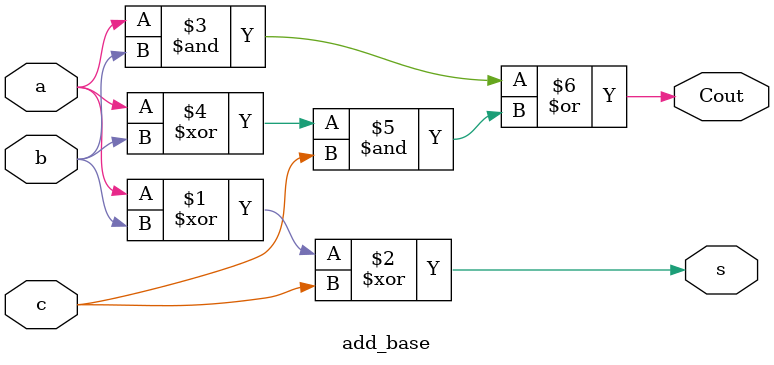
<source format=v>
module add_base (
    input a,
    input b,
    input c,
    output Cout,
    output s
);

assign s = a ^ b ^ c;
assign Cout = ((a & b) | ((a ^ b) & c));

endmodule //add_base

</source>
